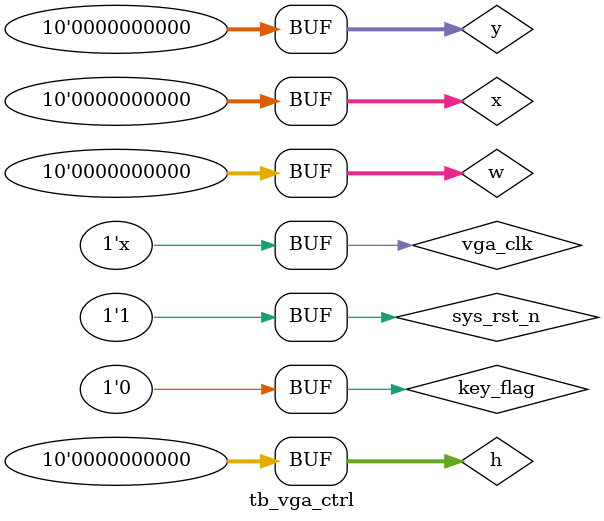
<source format=v>
`timescale  1ns/1ns
module	tb_vga_ctrl();

reg			vga_clk,sys_rst_n;
reg	[9:0]	x,y,w,h;
reg	[15:0]	pix_data;
wire	[11:0]	pix_x,pix_y;
reg				key_flag;

wire            pix_data_req;
wire            hsync       ;
wire            vsync       ;
wire            rgb_valid   ;
wire	[15:0]	pix_data1	;
wire			frame		;
wire			frame_begin	;
wire			frame_end	;
                            
wire	[15:0]	rgb			;


initial begin
        vga_clk    = 1'b1;
        sys_rst_n <= 1'b0;
		key_flag<=1'b0;
        #20;
        sys_rst_n <= 1'b1;
		key_flag<=1'b1;
		#20;
		key_flag<=1'b0;
end

always  #20 vga_clk =   ~vga_clk;

initial	begin

		x<=1'b0;
		y<=1'b0;
		w<=1'b0;
		h<=1'b0;
		
end

always@(posedge vga_clk or negedge sys_rst_n)
    if(sys_rst_n == 1'b0)
        pix_data    <=  16'h0;
    else
        pix_data    <=  16'hffff;
		
		
vga_ctrl  vga_ctrl_inst
(
	.vga_clk    	(vga_clk)	 ,
	.sys_rst_n   	(sys_rst_n)	,
	.pix_data    	(pix_data)	,
	.x				(x)	,
	.y				(y)	,
	.w				(w)	,
	.h				(h)	,
	.key_flag		(key_flag),
	
	.pix_data_req	(pix_data_req)	,
	.pix_x       	(pix_x)	,
	.pix_y       	(pix_y)	,
	.hsync      	(hsync)	 ,
	.vsync      	(vsync)	 ,
	.rgb_valid  	(rgb_valid)	 ,
	.pix_data1		(pix_data1)	,
	.frame			(frame)	,
	.frame_begin	(frame_begin)	,
	.frame_end		(frame_end)	,
	.rgb			(rgb)


 
);
endmodule

</source>
